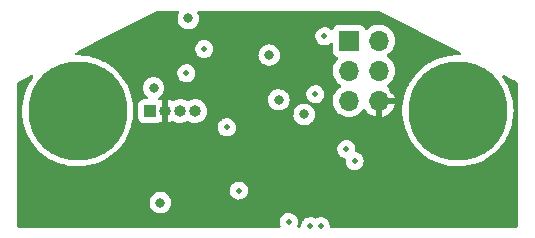
<source format=gbr>
%TF.GenerationSoftware,KiCad,Pcbnew,(5.99.0-8996-g10442b98df)*%
%TF.CreationDate,2021-04-19T08:50:07+01:00*%
%TF.ProjectId,CANduino,43414e64-7569-46e6-9f2e-6b696361645f,rev?*%
%TF.SameCoordinates,Original*%
%TF.FileFunction,Copper,L2,Inr*%
%TF.FilePolarity,Positive*%
%FSLAX46Y46*%
G04 Gerber Fmt 4.6, Leading zero omitted, Abs format (unit mm)*
G04 Created by KiCad (PCBNEW (5.99.0-8996-g10442b98df)) date 2021-04-19 08:50:07*
%MOMM*%
%LPD*%
G01*
G04 APERTURE LIST*
%TA.AperFunction,ComponentPad*%
%ADD10O,1.700000X1.700000*%
%TD*%
%TA.AperFunction,ComponentPad*%
%ADD11R,1.700000X1.700000*%
%TD*%
%TA.AperFunction,ComponentPad*%
%ADD12C,8.382000*%
%TD*%
%TA.AperFunction,ComponentPad*%
%ADD13R,1.000000X1.000000*%
%TD*%
%TA.AperFunction,ComponentPad*%
%ADD14O,1.000000X1.000000*%
%TD*%
%TA.AperFunction,ViaPad*%
%ADD15C,0.508000*%
%TD*%
%TA.AperFunction,ViaPad*%
%ADD16C,0.800000*%
%TD*%
G04 APERTURE END LIST*
D10*
%TO.N,GND*%
%TO.C,J1*%
X177065000Y-108805000D03*
%TO.N,/mcu/RESET*%
X174525000Y-108805000D03*
%TO.N,/mcu/ICSP_MOSI*%
X177065000Y-106265000D03*
%TO.N,/mcu/ICSP_SCK*%
X174525000Y-106265000D03*
%TO.N,5V_USB*%
X177065000Y-103725000D03*
D11*
%TO.N,/mcu/ICSP_MISO*%
X174525000Y-103725000D03*
%TD*%
D12*
%TO.N,N/C*%
%TO.C,H3*%
X183750001Y-109649895D03*
%TD*%
D13*
%TO.N,+12V*%
%TO.C,J2*%
X157690000Y-109675000D03*
D14*
%TO.N,GND*%
X158960000Y-109675000D03*
%TO.N,CANL*%
X160230000Y-109675000D03*
%TO.N,CANH*%
X161500000Y-109675000D03*
%TD*%
D12*
%TO.N,N/C*%
%TO.C,H2*%
X151550693Y-109649898D03*
%TD*%
D15*
%TO.N,/mcu/ICSP_MOSI*%
X164175008Y-111049994D03*
D16*
%TO.N,/mcu/ICSP_MISO*%
X168588339Y-108713339D03*
D15*
%TO.N,/mcu/ICSP_SCK*%
X175000006Y-113900001D03*
D16*
%TO.N,5V_CAR*%
X158550000Y-117425000D03*
%TO.N,GND*%
X153050000Y-118000000D03*
D15*
%TO.N,/mcu/TXCAN*%
X171675000Y-108250000D03*
%TO.N,/mcu/RXCAN*%
X172425004Y-103350009D03*
%TO.N,/mcu/RESET*%
X165200000Y-116400000D03*
X174300007Y-112900003D03*
D16*
%TO.N,GND*%
X163900000Y-101625000D03*
D15*
%TO.N,5V_USB*%
X160749996Y-106474997D03*
%TO.N,5V_CAR*%
X162275000Y-104425000D03*
D16*
%TO.N,+5V*%
X160925000Y-101825000D03*
%TO.N,Net-(IC1-Pad4)*%
X157975000Y-107700000D03*
%TO.N,GND*%
X156075000Y-103175000D03*
X155100000Y-105450000D03*
X163425000Y-107600000D03*
%TO.N,+5V*%
X167775000Y-104925000D03*
%TO.N,GND*%
X168775000Y-107475000D03*
X165500000Y-108525000D03*
X159200000Y-113225000D03*
X159000000Y-114775000D03*
X164875000Y-118725000D03*
D15*
%TO.N,/mcu/RXCAN*%
X172125005Y-119425009D03*
%TO.N,/mcu/TXCAN*%
X171226429Y-119421580D03*
D16*
%TO.N,GND*%
X169450000Y-109950000D03*
D15*
%TO.N,+5V*%
X169425010Y-119050003D03*
D16*
X170725000Y-109950000D03*
%TO.N,GND*%
X179025000Y-117900000D03*
X184000000Y-116375000D03*
X178200000Y-113825000D03*
X178375000Y-107875000D03*
%TD*%
%TA.AperFunction,Conductor*%
%TO.N,GND*%
G36*
X160110941Y-101177991D02*
G01*
X160157434Y-101231647D01*
X160167538Y-101301921D01*
X160151939Y-101346989D01*
X160090476Y-101453446D01*
X160031462Y-101635073D01*
X160011500Y-101825000D01*
X160031462Y-102014927D01*
X160090476Y-102196554D01*
X160185963Y-102361942D01*
X160190381Y-102366849D01*
X160190382Y-102366850D01*
X160294109Y-102482051D01*
X160313749Y-102503863D01*
X160319091Y-102507744D01*
X160319093Y-102507746D01*
X160462908Y-102612233D01*
X160468250Y-102616114D01*
X160474278Y-102618798D01*
X160474280Y-102618799D01*
X160619228Y-102683334D01*
X160642713Y-102693790D01*
X160707947Y-102707656D01*
X160823056Y-102732124D01*
X160823061Y-102732124D01*
X160829513Y-102733496D01*
X161020487Y-102733496D01*
X161026939Y-102732124D01*
X161026944Y-102732124D01*
X161142053Y-102707656D01*
X161207287Y-102693790D01*
X161230772Y-102683334D01*
X161375720Y-102618799D01*
X161375722Y-102618798D01*
X161381750Y-102616114D01*
X161387092Y-102612233D01*
X161530907Y-102507746D01*
X161530909Y-102507744D01*
X161536251Y-102503863D01*
X161555891Y-102482051D01*
X161659618Y-102366850D01*
X161659619Y-102366849D01*
X161664037Y-102361942D01*
X161759524Y-102196554D01*
X161818538Y-102014927D01*
X161838500Y-101825000D01*
X161818538Y-101635073D01*
X161759524Y-101453446D01*
X161698061Y-101346989D01*
X161681323Y-101277994D01*
X161704543Y-101210902D01*
X161760351Y-101167015D01*
X161807180Y-101157989D01*
X176996315Y-101157989D01*
X177054023Y-101171981D01*
X183920148Y-104709532D01*
X183971543Y-104758513D01*
X183988299Y-104827504D01*
X183965095Y-104894601D01*
X183909299Y-104938503D01*
X183864640Y-104947521D01*
X183693970Y-104950500D01*
X183457454Y-104954628D01*
X183457449Y-104954628D01*
X183454603Y-104954678D01*
X183451770Y-104954986D01*
X183451766Y-104954986D01*
X183198924Y-104982454D01*
X183030279Y-105000775D01*
X182611879Y-105085139D01*
X182609151Y-105085952D01*
X182609140Y-105085955D01*
X182324369Y-105170849D01*
X182202848Y-105207076D01*
X182200187Y-105208140D01*
X182200185Y-105208141D01*
X181809211Y-105364520D01*
X181806551Y-105365584D01*
X181630077Y-105455502D01*
X181428794Y-105558060D01*
X181428789Y-105558063D01*
X181426251Y-105559356D01*
X181330832Y-105619445D01*
X181067500Y-105785274D01*
X181067494Y-105785278D01*
X181065079Y-105786799D01*
X180726007Y-106046039D01*
X180411825Y-106334943D01*
X180125121Y-106651134D01*
X180123397Y-106653421D01*
X180123396Y-106653423D01*
X180103477Y-106679857D01*
X179868255Y-106992008D01*
X179866756Y-106994426D01*
X179866753Y-106994430D01*
X179843179Y-107032451D01*
X179643339Y-107354759D01*
X179642051Y-107357330D01*
X179642051Y-107357331D01*
X179606296Y-107428731D01*
X179452226Y-107736402D01*
X179451182Y-107739066D01*
X179451178Y-107739075D01*
X179358349Y-107975950D01*
X179296490Y-108133796D01*
X179292356Y-108148024D01*
X179178268Y-108540717D01*
X179177410Y-108543669D01*
X179095969Y-108962647D01*
X179052836Y-109387283D01*
X179048367Y-109814080D01*
X179048596Y-109816925D01*
X179048596Y-109816928D01*
X179082367Y-110236672D01*
X179082368Y-110236682D01*
X179082597Y-110239525D01*
X179155246Y-110660117D01*
X179167631Y-110706339D01*
X179261899Y-111058148D01*
X179265716Y-111072394D01*
X179413096Y-111472962D01*
X179414318Y-111475535D01*
X179414319Y-111475538D01*
X179594945Y-111855936D01*
X179596174Y-111858524D01*
X179718509Y-112065382D01*
X179795851Y-112196159D01*
X179813443Y-112225906D01*
X179815105Y-112228210D01*
X179815106Y-112228212D01*
X180061445Y-112569770D01*
X180061449Y-112569775D01*
X180063115Y-112572085D01*
X180343134Y-112894210D01*
X180651196Y-113189631D01*
X180653414Y-113191401D01*
X180653419Y-113191406D01*
X180809200Y-113315764D01*
X180984765Y-113455915D01*
X181341095Y-113690872D01*
X181717254Y-113892566D01*
X182110144Y-114059338D01*
X182112853Y-114060208D01*
X182112859Y-114060210D01*
X182513812Y-114188942D01*
X182513818Y-114188944D01*
X182516532Y-114189815D01*
X182519305Y-114190435D01*
X182519313Y-114190437D01*
X182930290Y-114282301D01*
X182933073Y-114282923D01*
X183356339Y-114337896D01*
X183782844Y-114354280D01*
X183785706Y-114354130D01*
X183785707Y-114354130D01*
X184206224Y-114332092D01*
X184206231Y-114332091D01*
X184209080Y-114331942D01*
X184211903Y-114331535D01*
X184211905Y-114331535D01*
X184628714Y-114271472D01*
X184628721Y-114271471D01*
X184631536Y-114271065D01*
X185046737Y-114172151D01*
X185049435Y-114171243D01*
X185049442Y-114171241D01*
X185448552Y-114036925D01*
X185448558Y-114036923D01*
X185451264Y-114036012D01*
X185841787Y-113863771D01*
X185947566Y-113805137D01*
X186212587Y-113658233D01*
X186215093Y-113656844D01*
X186217461Y-113655235D01*
X186217466Y-113655232D01*
X186565723Y-113418557D01*
X186565725Y-113418555D01*
X186568108Y-113416936D01*
X186832416Y-113199831D01*
X186895707Y-113147843D01*
X186895711Y-113147840D01*
X186897926Y-113146020D01*
X186899963Y-113144011D01*
X186899971Y-113144004D01*
X187131259Y-112915922D01*
X187201833Y-112846327D01*
X187431758Y-112574248D01*
X187475482Y-112522508D01*
X187475487Y-112522502D01*
X187477328Y-112520323D01*
X187722142Y-112170692D01*
X187934260Y-111800312D01*
X187953377Y-111758558D01*
X188110748Y-111414829D01*
X188111937Y-111412232D01*
X188112882Y-111409547D01*
X188112887Y-111409536D01*
X188233896Y-111065913D01*
X188253711Y-111009645D01*
X188292305Y-110857124D01*
X188357710Y-110598645D01*
X188357711Y-110598641D01*
X188358413Y-110595866D01*
X188369332Y-110526930D01*
X188414851Y-110239528D01*
X188425182Y-110174301D01*
X188438105Y-109979735D01*
X188453353Y-109750170D01*
X188453353Y-109750159D01*
X188453469Y-109748419D01*
X188454501Y-109649895D01*
X188435139Y-109223514D01*
X188428494Y-109175000D01*
X188391587Y-108905579D01*
X188377213Y-108800643D01*
X188376574Y-108797874D01*
X188376573Y-108797870D01*
X188281843Y-108387551D01*
X188281842Y-108387549D01*
X188281199Y-108384762D01*
X188268914Y-108347395D01*
X188180103Y-108077277D01*
X188147888Y-107979294D01*
X188095787Y-107858895D01*
X187979517Y-107590209D01*
X187979513Y-107590200D01*
X187978378Y-107587578D01*
X187954638Y-107544036D01*
X187775432Y-107215349D01*
X187775428Y-107215342D01*
X187774062Y-107212837D01*
X187638871Y-107010891D01*
X187538216Y-106860533D01*
X187538208Y-106860522D01*
X187536624Y-106858156D01*
X187517356Y-106834362D01*
X187490030Y-106768835D01*
X187502470Y-106698937D01*
X187550724Y-106646860D01*
X187619474Y-106629138D01*
X187672984Y-106643060D01*
X188200301Y-106914743D01*
X188636765Y-107139617D01*
X188644113Y-107143403D01*
X188770548Y-107208545D01*
X188821943Y-107257526D01*
X188838840Y-107320553D01*
X188838840Y-119411996D01*
X188818838Y-119480117D01*
X188765182Y-119526610D01*
X188712840Y-119537996D01*
X173017742Y-119537996D01*
X172949621Y-119517994D01*
X172903128Y-119464338D01*
X172893431Y-119424901D01*
X172892505Y-119425009D01*
X172872768Y-119255716D01*
X172872767Y-119255713D01*
X172871920Y-119248446D01*
X172868229Y-119238276D01*
X172813764Y-119088230D01*
X172813764Y-119088229D01*
X172811268Y-119081354D01*
X172801151Y-119065922D01*
X172717816Y-118938815D01*
X172717815Y-118938814D01*
X172713804Y-118932696D01*
X172584756Y-118810448D01*
X172431045Y-118721165D01*
X172260918Y-118669639D01*
X172083500Y-118658632D01*
X172076285Y-118659872D01*
X172076282Y-118659872D01*
X171928263Y-118685307D01*
X171908308Y-118688736D01*
X171901573Y-118691602D01*
X171901572Y-118691602D01*
X171751480Y-118755466D01*
X171744740Y-118758334D01*
X171738839Y-118762677D01*
X171736754Y-118763866D01*
X171667672Y-118780243D01*
X171611039Y-118763373D01*
X171532469Y-118717736D01*
X171362342Y-118666210D01*
X171184924Y-118655203D01*
X171177709Y-118656443D01*
X171177706Y-118656443D01*
X171016948Y-118684067D01*
X171009732Y-118685307D01*
X171002997Y-118688173D01*
X171002996Y-118688173D01*
X170878458Y-118741164D01*
X170846164Y-118754905D01*
X170840276Y-118759238D01*
X170840271Y-118759241D01*
X170708895Y-118855924D01*
X170702995Y-118860266D01*
X170698251Y-118865849D01*
X170698252Y-118865849D01*
X170592643Y-118990158D01*
X170592640Y-118990162D01*
X170587904Y-118995737D01*
X170507065Y-119154051D01*
X170505325Y-119161160D01*
X170505324Y-119161164D01*
X170471581Y-119299062D01*
X170464814Y-119326716D01*
X170464757Y-119334035D01*
X170464756Y-119334039D01*
X170464136Y-119412986D01*
X170443599Y-119480948D01*
X170389580Y-119527017D01*
X170338140Y-119537996D01*
X170237725Y-119537996D01*
X170169604Y-119517994D01*
X170123111Y-119464338D01*
X170113007Y-119394064D01*
X170119976Y-119367150D01*
X170169059Y-119238276D01*
X170179280Y-119161164D01*
X170191903Y-119065922D01*
X170191903Y-119065920D01*
X170192415Y-119062058D01*
X170192510Y-119050003D01*
X170192057Y-119046114D01*
X170172773Y-118880710D01*
X170172772Y-118880707D01*
X170171925Y-118873440D01*
X170130473Y-118759241D01*
X170113769Y-118713224D01*
X170113769Y-118713223D01*
X170111273Y-118706348D01*
X170101606Y-118691602D01*
X170017821Y-118563809D01*
X170017820Y-118563808D01*
X170013809Y-118557690D01*
X169884761Y-118435442D01*
X169731050Y-118346159D01*
X169560923Y-118294633D01*
X169383505Y-118283626D01*
X169376290Y-118284866D01*
X169376287Y-118284866D01*
X169215529Y-118312490D01*
X169208313Y-118313730D01*
X169201578Y-118316596D01*
X169201577Y-118316596D01*
X169161859Y-118333496D01*
X169044745Y-118383328D01*
X169038857Y-118387661D01*
X169038852Y-118387664D01*
X168973930Y-118435442D01*
X168901576Y-118488689D01*
X168896832Y-118494272D01*
X168896833Y-118494272D01*
X168791224Y-118618581D01*
X168791221Y-118618585D01*
X168786485Y-118624160D01*
X168705646Y-118782474D01*
X168703906Y-118789583D01*
X168703905Y-118789587D01*
X168667389Y-118938815D01*
X168663395Y-118955139D01*
X168661999Y-119132893D01*
X168701533Y-119306200D01*
X168704758Y-119312770D01*
X168704759Y-119312771D01*
X168726212Y-119356465D01*
X168738280Y-119426428D01*
X168710607Y-119491810D01*
X168651979Y-119531851D01*
X168613109Y-119537996D01*
X146584000Y-119537996D01*
X146515879Y-119517994D01*
X146469386Y-119464338D01*
X146458000Y-119411996D01*
X146458000Y-117425000D01*
X157636500Y-117425000D01*
X157656462Y-117614927D01*
X157715476Y-117796554D01*
X157810963Y-117961942D01*
X157938749Y-118103863D01*
X157944091Y-118107744D01*
X157944093Y-118107746D01*
X158087908Y-118212233D01*
X158093250Y-118216114D01*
X158099278Y-118218798D01*
X158099280Y-118218799D01*
X158244884Y-118283626D01*
X158267713Y-118293790D01*
X158355689Y-118312490D01*
X158448056Y-118332124D01*
X158448061Y-118332124D01*
X158454513Y-118333496D01*
X158645487Y-118333496D01*
X158651939Y-118332124D01*
X158651944Y-118332124D01*
X158744311Y-118312490D01*
X158832287Y-118293790D01*
X158855116Y-118283626D01*
X159000720Y-118218799D01*
X159000722Y-118218798D01*
X159006750Y-118216114D01*
X159012092Y-118212233D01*
X159155907Y-118107746D01*
X159155909Y-118107744D01*
X159161251Y-118103863D01*
X159289037Y-117961942D01*
X159384524Y-117796554D01*
X159443538Y-117614927D01*
X159463500Y-117425000D01*
X159443538Y-117235073D01*
X159418305Y-117157412D01*
X159386566Y-117059731D01*
X159384524Y-117053446D01*
X159366200Y-117021707D01*
X159299653Y-116906446D01*
X159289037Y-116888058D01*
X159161251Y-116746137D01*
X159155909Y-116742256D01*
X159155907Y-116742254D01*
X159012092Y-116637767D01*
X159012091Y-116637766D01*
X159006750Y-116633886D01*
X159000722Y-116631202D01*
X159000720Y-116631201D01*
X158838318Y-116558895D01*
X158838317Y-116558895D01*
X158832287Y-116556210D01*
X158738887Y-116536357D01*
X158651944Y-116517876D01*
X158651939Y-116517876D01*
X158645487Y-116516504D01*
X158454513Y-116516504D01*
X158448061Y-116517876D01*
X158448056Y-116517876D01*
X158361113Y-116536357D01*
X158267713Y-116556210D01*
X158261683Y-116558895D01*
X158261682Y-116558895D01*
X158099280Y-116631201D01*
X158099278Y-116631202D01*
X158093250Y-116633886D01*
X158087909Y-116637766D01*
X158087908Y-116637767D01*
X157944093Y-116742254D01*
X157944091Y-116742256D01*
X157938749Y-116746137D01*
X157810963Y-116888058D01*
X157800347Y-116906446D01*
X157733801Y-117021707D01*
X157715476Y-117053446D01*
X157713434Y-117059731D01*
X157681696Y-117157412D01*
X157656462Y-117235073D01*
X157636500Y-117425000D01*
X146458000Y-117425000D01*
X146458000Y-116482890D01*
X164436989Y-116482890D01*
X164476523Y-116656197D01*
X164554865Y-116815761D01*
X164559513Y-116821410D01*
X164559514Y-116821411D01*
X164625417Y-116901500D01*
X164667814Y-116953023D01*
X164751631Y-117016759D01*
X164803486Y-117056191D01*
X164803489Y-117056193D01*
X164809311Y-117060620D01*
X164815992Y-117063587D01*
X164815996Y-117063590D01*
X164965078Y-117129809D01*
X164965080Y-117129810D01*
X164971765Y-117132779D01*
X165146462Y-117165630D01*
X165153770Y-117165292D01*
X165153773Y-117165292D01*
X165316716Y-117157751D01*
X165316720Y-117157750D01*
X165324031Y-117157412D01*
X165405490Y-117134131D01*
X165487905Y-117110577D01*
X165487908Y-117110576D01*
X165494947Y-117108564D01*
X165580557Y-117060620D01*
X165643653Y-117025285D01*
X165643656Y-117025283D01*
X165650041Y-117021707D01*
X165780994Y-116901500D01*
X165880781Y-116754392D01*
X165944049Y-116588273D01*
X165948481Y-116554838D01*
X165966893Y-116415919D01*
X165966893Y-116415917D01*
X165967405Y-116412055D01*
X165967500Y-116400000D01*
X165946915Y-116223437D01*
X165886263Y-116056345D01*
X165832379Y-115974157D01*
X165792811Y-115913806D01*
X165792810Y-115913805D01*
X165788799Y-115907687D01*
X165659751Y-115785439D01*
X165506040Y-115696156D01*
X165335913Y-115644630D01*
X165158495Y-115633623D01*
X165151280Y-115634863D01*
X165151277Y-115634863D01*
X164990519Y-115662487D01*
X164983303Y-115663727D01*
X164819735Y-115733325D01*
X164813847Y-115737658D01*
X164813842Y-115737661D01*
X164748920Y-115785439D01*
X164676566Y-115838686D01*
X164671822Y-115844269D01*
X164671823Y-115844269D01*
X164566214Y-115968578D01*
X164566211Y-115968582D01*
X164561475Y-115974157D01*
X164480636Y-116132471D01*
X164478896Y-116139580D01*
X164478895Y-116139584D01*
X164440125Y-116298024D01*
X164438385Y-116305136D01*
X164436989Y-116482890D01*
X146458000Y-116482890D01*
X146458000Y-107323907D01*
X146478002Y-107255786D01*
X146526279Y-107211906D01*
X146983062Y-106976497D01*
X147002905Y-106966271D01*
X147217003Y-106855933D01*
X147633251Y-106641415D01*
X147702966Y-106627988D01*
X147768874Y-106654384D01*
X147810048Y-106712222D01*
X147813416Y-106783138D01*
X147791601Y-106829243D01*
X147668947Y-106992011D01*
X147667448Y-106994429D01*
X147667445Y-106994433D01*
X147651735Y-107019771D01*
X147444031Y-107354762D01*
X147252918Y-107736405D01*
X147251874Y-107739069D01*
X147251870Y-107739078D01*
X147170356Y-107947080D01*
X147097182Y-108133799D01*
X147096385Y-108136543D01*
X147096384Y-108136546D01*
X146978961Y-108540717D01*
X146978102Y-108543672D01*
X146896661Y-108962650D01*
X146853528Y-109387286D01*
X146849059Y-109814083D01*
X146849288Y-109816928D01*
X146849288Y-109816931D01*
X146878268Y-110177119D01*
X146883289Y-110239528D01*
X146955938Y-110660120D01*
X146997734Y-110816105D01*
X147065670Y-111069641D01*
X147066408Y-111072397D01*
X147213788Y-111472965D01*
X147215010Y-111475538D01*
X147215011Y-111475541D01*
X147369225Y-111800315D01*
X147396866Y-111858527D01*
X147519201Y-112065385D01*
X147612687Y-112223460D01*
X147614135Y-112225909D01*
X147615796Y-112228212D01*
X147615798Y-112228215D01*
X147828049Y-112522508D01*
X147863807Y-112572088D01*
X148143826Y-112894213D01*
X148451888Y-113189634D01*
X148454106Y-113191404D01*
X148454111Y-113191409D01*
X148738659Y-113418560D01*
X148785457Y-113455918D01*
X149141787Y-113690875D01*
X149517946Y-113892569D01*
X149910836Y-114059341D01*
X149913543Y-114060210D01*
X149913551Y-114060213D01*
X150314504Y-114188945D01*
X150314510Y-114188947D01*
X150317224Y-114189818D01*
X150319997Y-114190438D01*
X150320005Y-114190440D01*
X150682536Y-114271475D01*
X150733765Y-114282926D01*
X151157031Y-114337899D01*
X151583536Y-114354283D01*
X151586398Y-114354133D01*
X151586399Y-114354133D01*
X152006916Y-114332095D01*
X152006923Y-114332094D01*
X152009772Y-114331945D01*
X152012595Y-114331538D01*
X152012597Y-114331538D01*
X152429406Y-114271475D01*
X152429413Y-114271474D01*
X152432228Y-114271068D01*
X152847429Y-114172154D01*
X152850127Y-114171246D01*
X152850134Y-114171244D01*
X153249244Y-114036928D01*
X153249252Y-114036925D01*
X153251956Y-114036015D01*
X153642479Y-113863774D01*
X154015785Y-113656847D01*
X154018147Y-113655242D01*
X154018158Y-113655235D01*
X154366415Y-113418560D01*
X154366419Y-113418557D01*
X154368800Y-113416939D01*
X154380062Y-113407688D01*
X154696399Y-113147846D01*
X154696403Y-113147843D01*
X154698618Y-113146023D01*
X154700655Y-113144014D01*
X154700663Y-113144007D01*
X154864042Y-112982893D01*
X173536996Y-112982893D01*
X173576530Y-113156200D01*
X173579755Y-113162770D01*
X173579756Y-113162771D01*
X173592944Y-113189631D01*
X173654872Y-113315764D01*
X173767821Y-113453026D01*
X173854285Y-113518775D01*
X173903493Y-113556194D01*
X173903496Y-113556196D01*
X173909318Y-113560623D01*
X173915999Y-113563590D01*
X173916003Y-113563593D01*
X174065085Y-113629812D01*
X174065087Y-113629813D01*
X174071772Y-113632782D01*
X174115411Y-113640988D01*
X174140664Y-113645737D01*
X174203915Y-113677984D01*
X174239691Y-113739308D01*
X174239755Y-113790603D01*
X174241036Y-113790763D01*
X174240131Y-113798025D01*
X174238391Y-113805137D01*
X174238334Y-113812455D01*
X174238333Y-113812459D01*
X174237930Y-113863774D01*
X174236995Y-113982891D01*
X174276529Y-114156198D01*
X174279754Y-114162768D01*
X174279755Y-114162769D01*
X174293341Y-114190440D01*
X174354871Y-114315762D01*
X174359519Y-114321411D01*
X174359520Y-114321412D01*
X174425423Y-114401501D01*
X174467820Y-114453024D01*
X174551637Y-114516760D01*
X174603492Y-114556192D01*
X174603495Y-114556194D01*
X174609317Y-114560621D01*
X174615998Y-114563588D01*
X174616002Y-114563591D01*
X174765084Y-114629810D01*
X174765086Y-114629811D01*
X174771771Y-114632780D01*
X174946468Y-114665631D01*
X174953776Y-114665293D01*
X174953779Y-114665293D01*
X175116722Y-114657752D01*
X175116726Y-114657751D01*
X175124037Y-114657413D01*
X175205496Y-114634132D01*
X175287911Y-114610578D01*
X175287914Y-114610577D01*
X175294953Y-114608565D01*
X175388472Y-114556192D01*
X175443659Y-114525286D01*
X175443662Y-114525284D01*
X175450047Y-114521708D01*
X175581000Y-114401501D01*
X175680787Y-114254393D01*
X175744055Y-114088274D01*
X175750861Y-114036928D01*
X175766899Y-113915920D01*
X175766899Y-113915918D01*
X175767411Y-113912056D01*
X175767506Y-113900001D01*
X175767053Y-113896112D01*
X175747769Y-113730708D01*
X175747768Y-113730705D01*
X175746921Y-113723438D01*
X175722750Y-113656847D01*
X175688765Y-113563222D01*
X175688765Y-113563221D01*
X175686269Y-113556346D01*
X175621450Y-113457479D01*
X175592817Y-113413807D01*
X175592816Y-113413806D01*
X175588805Y-113407688D01*
X175459757Y-113285440D01*
X175306046Y-113196157D01*
X175299049Y-113194038D01*
X175299038Y-113194033D01*
X175142870Y-113146735D01*
X175083472Y-113107846D01*
X175054528Y-113043017D01*
X175054485Y-113009590D01*
X175058024Y-112982893D01*
X175067412Y-112912058D01*
X175067507Y-112900003D01*
X175066832Y-112894210D01*
X175047770Y-112730710D01*
X175047769Y-112730707D01*
X175046922Y-112723440D01*
X174992768Y-112574248D01*
X174988766Y-112563224D01*
X174988766Y-112563223D01*
X174986270Y-112556348D01*
X174932386Y-112474160D01*
X174892818Y-112413809D01*
X174892817Y-112413808D01*
X174888806Y-112407690D01*
X174759758Y-112285442D01*
X174606047Y-112196159D01*
X174435920Y-112144633D01*
X174258502Y-112133626D01*
X174251287Y-112134866D01*
X174251284Y-112134866D01*
X174090526Y-112162490D01*
X174083310Y-112163730D01*
X173919742Y-112233328D01*
X173913854Y-112237661D01*
X173913849Y-112237664D01*
X173848927Y-112285442D01*
X173776573Y-112338689D01*
X173771829Y-112344272D01*
X173771830Y-112344272D01*
X173666221Y-112468581D01*
X173666218Y-112468585D01*
X173661482Y-112474160D01*
X173580643Y-112632474D01*
X173578903Y-112639583D01*
X173578902Y-112639587D01*
X173540132Y-112798027D01*
X173538392Y-112805139D01*
X173538335Y-112812457D01*
X173538334Y-112812461D01*
X173537709Y-112892050D01*
X173536996Y-112982893D01*
X154864042Y-112982893D01*
X154931954Y-112915922D01*
X155002525Y-112846330D01*
X155188758Y-112625953D01*
X155276174Y-112522511D01*
X155276179Y-112522505D01*
X155278020Y-112520326D01*
X155356889Y-112407690D01*
X155521199Y-112173030D01*
X155521201Y-112173027D01*
X155522834Y-112170695D01*
X155734952Y-111800315D01*
X155742365Y-111784125D01*
X155911440Y-111414832D01*
X155911441Y-111414829D01*
X155912629Y-111412235D01*
X155913574Y-111409550D01*
X155913579Y-111409539D01*
X156011004Y-111132884D01*
X163411997Y-111132884D01*
X163451531Y-111306191D01*
X163529873Y-111465755D01*
X163534521Y-111471404D01*
X163534522Y-111471405D01*
X163600425Y-111551494D01*
X163642822Y-111603017D01*
X163726639Y-111666753D01*
X163778494Y-111706185D01*
X163778497Y-111706187D01*
X163784319Y-111710614D01*
X163791000Y-111713581D01*
X163791004Y-111713584D01*
X163940086Y-111779803D01*
X163940088Y-111779804D01*
X163946773Y-111782773D01*
X164121470Y-111815624D01*
X164128778Y-111815286D01*
X164128781Y-111815286D01*
X164291724Y-111807745D01*
X164291728Y-111807744D01*
X164299039Y-111807406D01*
X164323850Y-111800315D01*
X164462913Y-111760571D01*
X164462916Y-111760570D01*
X164469955Y-111758558D01*
X164563474Y-111706185D01*
X164618661Y-111675279D01*
X164618664Y-111675277D01*
X164625049Y-111671701D01*
X164756002Y-111551494D01*
X164855789Y-111404386D01*
X164919057Y-111238267D01*
X164941042Y-111072397D01*
X164941901Y-111065913D01*
X164941901Y-111065911D01*
X164942413Y-111062049D01*
X164942508Y-111049994D01*
X164938119Y-111012345D01*
X164922771Y-110880701D01*
X164922770Y-110880698D01*
X164921923Y-110873431D01*
X164901115Y-110816105D01*
X164863767Y-110713215D01*
X164863767Y-110713214D01*
X164861271Y-110706339D01*
X164849576Y-110688500D01*
X164767819Y-110563800D01*
X164767818Y-110563799D01*
X164763807Y-110557681D01*
X164634759Y-110435433D01*
X164481048Y-110346150D01*
X164310921Y-110294624D01*
X164133503Y-110283617D01*
X164126288Y-110284857D01*
X164126285Y-110284857D01*
X163965527Y-110312481D01*
X163958311Y-110313721D01*
X163951576Y-110316587D01*
X163951575Y-110316587D01*
X163939902Y-110321554D01*
X163794743Y-110383319D01*
X163788855Y-110387652D01*
X163788850Y-110387655D01*
X163657474Y-110484338D01*
X163651574Y-110488680D01*
X163646830Y-110494263D01*
X163646831Y-110494263D01*
X163541222Y-110618572D01*
X163541219Y-110618576D01*
X163536483Y-110624151D01*
X163455644Y-110782465D01*
X163453904Y-110789574D01*
X163453903Y-110789578D01*
X163415133Y-110948018D01*
X163413393Y-110955130D01*
X163413336Y-110962448D01*
X163413335Y-110962452D01*
X163412690Y-111044657D01*
X163411997Y-111132884D01*
X156011004Y-111132884D01*
X156032305Y-111072397D01*
X156054403Y-111009648D01*
X156092650Y-110858496D01*
X156158402Y-110598648D01*
X156158403Y-110598644D01*
X156159105Y-110595869D01*
X156165154Y-110557681D01*
X156215257Y-110241340D01*
X156225874Y-110174304D01*
X156244124Y-109899539D01*
X156254045Y-109750173D01*
X156254045Y-109750162D01*
X156254161Y-109748422D01*
X156255193Y-109649898D01*
X156235831Y-109223517D01*
X156235444Y-109220687D01*
X156229186Y-109175000D01*
X156676500Y-109175000D01*
X156676500Y-110175000D01*
X156681727Y-110248079D01*
X156692162Y-110283617D01*
X156709901Y-110344030D01*
X156722904Y-110388316D01*
X156738602Y-110412742D01*
X156797051Y-110503691D01*
X156797053Y-110503694D01*
X156801923Y-110511271D01*
X156808733Y-110517172D01*
X156905569Y-110601082D01*
X156905572Y-110601084D01*
X156912381Y-110606984D01*
X156920579Y-110610728D01*
X157034936Y-110662953D01*
X157045330Y-110667700D01*
X157054245Y-110668982D01*
X157054246Y-110668982D01*
X157185552Y-110687861D01*
X157185559Y-110687862D01*
X157190000Y-110688500D01*
X158190000Y-110688500D01*
X158263079Y-110683273D01*
X158341942Y-110660117D01*
X158394670Y-110644635D01*
X158394672Y-110644634D01*
X158403316Y-110642096D01*
X158434588Y-110621999D01*
X158444297Y-110615759D01*
X158512418Y-110595757D01*
X158554062Y-110604458D01*
X158554446Y-110603275D01*
X158688769Y-110646919D01*
X158702867Y-110647322D01*
X158706000Y-110640950D01*
X158706000Y-108716948D01*
X158704010Y-108710170D01*
X159214000Y-108710170D01*
X159214000Y-110632691D01*
X159217973Y-110646222D01*
X159226188Y-110647403D01*
X159320390Y-110621101D01*
X159331823Y-110616667D01*
X159497296Y-110533080D01*
X159507648Y-110526511D01*
X159516085Y-110519919D01*
X159582079Y-110493739D01*
X159655129Y-110509217D01*
X159824246Y-110603734D01*
X160012366Y-110664857D01*
X160208775Y-110688278D01*
X160214910Y-110687806D01*
X160214912Y-110687806D01*
X160399850Y-110673576D01*
X160399854Y-110673575D01*
X160405992Y-110673103D01*
X160596507Y-110619910D01*
X160773060Y-110530726D01*
X160786560Y-110520179D01*
X160852551Y-110494002D01*
X160925600Y-110509481D01*
X161094246Y-110603734D01*
X161282366Y-110664857D01*
X161478775Y-110688278D01*
X161484910Y-110687806D01*
X161484912Y-110687806D01*
X161669850Y-110673576D01*
X161669854Y-110673575D01*
X161675992Y-110673103D01*
X161866507Y-110619910D01*
X162043060Y-110530726D01*
X162056559Y-110520180D01*
X162194073Y-110412742D01*
X162198929Y-110408948D01*
X162217309Y-110387655D01*
X162324147Y-110263882D01*
X162324148Y-110263880D01*
X162328176Y-110259214D01*
X162425878Y-110087228D01*
X162471528Y-109950000D01*
X169811500Y-109950000D01*
X169812190Y-109956565D01*
X169827389Y-110101170D01*
X169831462Y-110139927D01*
X169833502Y-110146205D01*
X169833502Y-110146206D01*
X169842631Y-110174301D01*
X169890476Y-110321554D01*
X169893779Y-110327276D01*
X169893780Y-110327277D01*
X169906798Y-110349824D01*
X169985963Y-110486942D01*
X169990381Y-110491849D01*
X169990382Y-110491850D01*
X170091123Y-110603734D01*
X170113749Y-110628863D01*
X170119091Y-110632744D01*
X170119093Y-110632746D01*
X170220386Y-110706339D01*
X170268250Y-110741114D01*
X170274278Y-110743798D01*
X170274280Y-110743799D01*
X170436682Y-110816105D01*
X170442713Y-110818790D01*
X170536113Y-110838643D01*
X170623056Y-110857124D01*
X170623061Y-110857124D01*
X170629513Y-110858496D01*
X170820487Y-110858496D01*
X170826939Y-110857124D01*
X170826944Y-110857124D01*
X170913887Y-110838643D01*
X171007287Y-110818790D01*
X171013318Y-110816105D01*
X171175720Y-110743799D01*
X171175722Y-110743798D01*
X171181750Y-110741114D01*
X171229614Y-110706339D01*
X171330907Y-110632746D01*
X171330909Y-110632744D01*
X171336251Y-110628863D01*
X171358877Y-110603734D01*
X171459618Y-110491850D01*
X171459619Y-110491849D01*
X171464037Y-110486942D01*
X171543202Y-110349824D01*
X171556220Y-110327277D01*
X171556221Y-110327276D01*
X171559524Y-110321554D01*
X171607369Y-110174301D01*
X171616498Y-110146206D01*
X171616498Y-110146205D01*
X171618538Y-110139927D01*
X171622612Y-110101170D01*
X171637810Y-109956565D01*
X171638500Y-109950000D01*
X171628826Y-109857956D01*
X171619228Y-109766637D01*
X171619228Y-109766636D01*
X171618538Y-109760073D01*
X171614753Y-109748422D01*
X171561566Y-109584731D01*
X171559524Y-109578446D01*
X171464037Y-109413058D01*
X171448755Y-109396085D01*
X171340673Y-109276048D01*
X171340672Y-109276047D01*
X171336251Y-109271137D01*
X171330909Y-109267256D01*
X171330907Y-109267254D01*
X171187092Y-109162767D01*
X171187091Y-109162766D01*
X171181750Y-109158886D01*
X171175722Y-109156202D01*
X171175720Y-109156201D01*
X171013318Y-109083895D01*
X171013317Y-109083895D01*
X171007287Y-109081210D01*
X170909827Y-109060494D01*
X170826944Y-109042876D01*
X170826939Y-109042876D01*
X170820487Y-109041504D01*
X170629513Y-109041504D01*
X170623061Y-109042876D01*
X170623056Y-109042876D01*
X170540173Y-109060494D01*
X170442713Y-109081210D01*
X170436683Y-109083895D01*
X170436682Y-109083895D01*
X170274280Y-109156201D01*
X170274278Y-109156202D01*
X170268250Y-109158886D01*
X170262909Y-109162766D01*
X170262908Y-109162767D01*
X170119093Y-109267254D01*
X170119091Y-109267256D01*
X170113749Y-109271137D01*
X170109328Y-109276047D01*
X170109327Y-109276048D01*
X170001246Y-109396085D01*
X169985963Y-109413058D01*
X169890476Y-109578446D01*
X169888434Y-109584731D01*
X169835248Y-109748422D01*
X169831462Y-109760073D01*
X169830772Y-109766636D01*
X169830772Y-109766637D01*
X169821174Y-109857956D01*
X169811500Y-109950000D01*
X162471528Y-109950000D01*
X162488314Y-109899539D01*
X162513105Y-109703299D01*
X162513500Y-109675000D01*
X162494198Y-109478143D01*
X162437027Y-109288785D01*
X162344166Y-109114138D01*
X162238135Y-108984131D01*
X162223045Y-108965628D01*
X162223042Y-108965625D01*
X162219150Y-108960853D01*
X162212056Y-108954984D01*
X162071491Y-108838698D01*
X162071486Y-108838695D01*
X162066742Y-108834770D01*
X162061323Y-108831840D01*
X162061320Y-108831838D01*
X161898165Y-108743621D01*
X161898161Y-108743619D01*
X161892747Y-108740692D01*
X161886867Y-108738872D01*
X161886865Y-108738871D01*
X161837054Y-108723452D01*
X161804385Y-108713339D01*
X167674839Y-108713339D01*
X167675529Y-108719904D01*
X167693467Y-108890569D01*
X167694801Y-108903266D01*
X167696841Y-108909544D01*
X167696841Y-108909545D01*
X167713422Y-108960577D01*
X167753815Y-109084893D01*
X167757118Y-109090615D01*
X167757119Y-109090616D01*
X167779624Y-109129596D01*
X167849302Y-109250281D01*
X167853720Y-109255188D01*
X167853721Y-109255189D01*
X167972666Y-109387291D01*
X167977088Y-109392202D01*
X167982430Y-109396083D01*
X167982432Y-109396085D01*
X168118561Y-109494988D01*
X168131589Y-109504453D01*
X168137617Y-109507137D01*
X168137619Y-109507138D01*
X168300021Y-109579444D01*
X168306052Y-109582129D01*
X168399452Y-109601982D01*
X168486395Y-109620463D01*
X168486400Y-109620463D01*
X168492852Y-109621835D01*
X168683826Y-109621835D01*
X168690278Y-109620463D01*
X168690283Y-109620463D01*
X168777226Y-109601982D01*
X168870626Y-109582129D01*
X168876657Y-109579444D01*
X169039059Y-109507138D01*
X169039061Y-109507137D01*
X169045089Y-109504453D01*
X169058117Y-109494988D01*
X169194246Y-109396085D01*
X169194248Y-109396083D01*
X169199590Y-109392202D01*
X169204012Y-109387291D01*
X169322957Y-109255189D01*
X169322958Y-109255188D01*
X169327376Y-109250281D01*
X169397054Y-109129596D01*
X169419559Y-109090616D01*
X169419560Y-109090615D01*
X169422863Y-109084893D01*
X169463256Y-108960577D01*
X169479837Y-108909545D01*
X169479837Y-108909544D01*
X169481877Y-108903266D01*
X169483212Y-108890569D01*
X169501149Y-108719904D01*
X169501839Y-108713339D01*
X169501001Y-108705365D01*
X169482567Y-108529976D01*
X169482567Y-108529975D01*
X169481877Y-108523412D01*
X169422863Y-108341785D01*
X169417728Y-108332890D01*
X170911989Y-108332890D01*
X170951523Y-108506197D01*
X170954748Y-108512767D01*
X170954749Y-108512768D01*
X170973520Y-108551000D01*
X171029865Y-108665761D01*
X171034513Y-108671410D01*
X171034514Y-108671411D01*
X171100417Y-108751500D01*
X171142814Y-108803023D01*
X171211003Y-108854875D01*
X171278486Y-108906191D01*
X171278489Y-108906193D01*
X171284311Y-108910620D01*
X171290992Y-108913587D01*
X171290996Y-108913590D01*
X171440078Y-108979809D01*
X171440080Y-108979810D01*
X171446765Y-108982779D01*
X171621462Y-109015630D01*
X171628770Y-109015292D01*
X171628773Y-109015292D01*
X171791716Y-109007751D01*
X171791720Y-109007750D01*
X171799031Y-109007412D01*
X171880490Y-108984131D01*
X171962905Y-108960577D01*
X171962908Y-108960576D01*
X171969947Y-108958564D01*
X172063466Y-108906191D01*
X172118653Y-108875285D01*
X172118656Y-108875283D01*
X172125041Y-108871707D01*
X172255994Y-108751500D01*
X172355781Y-108604392D01*
X172419049Y-108438273D01*
X172426142Y-108384762D01*
X172441893Y-108265919D01*
X172441893Y-108265917D01*
X172442405Y-108262055D01*
X172442500Y-108250000D01*
X172441550Y-108241850D01*
X172422763Y-108080707D01*
X172422762Y-108080704D01*
X172421915Y-108073437D01*
X172409556Y-108039387D01*
X172363759Y-107913221D01*
X172363759Y-107913220D01*
X172361263Y-107906345D01*
X172346196Y-107883363D01*
X172267811Y-107763806D01*
X172267810Y-107763805D01*
X172263799Y-107757687D01*
X172134751Y-107635439D01*
X171981040Y-107546156D01*
X171810913Y-107494630D01*
X171633495Y-107483623D01*
X171626280Y-107484863D01*
X171626277Y-107484863D01*
X171465519Y-107512487D01*
X171458303Y-107513727D01*
X171451568Y-107516593D01*
X171451567Y-107516593D01*
X171407586Y-107535307D01*
X171294735Y-107583325D01*
X171288847Y-107587658D01*
X171288842Y-107587661D01*
X171204429Y-107649783D01*
X171151566Y-107688686D01*
X171135832Y-107707206D01*
X171041214Y-107818578D01*
X171041211Y-107818582D01*
X171036475Y-107824157D01*
X170955636Y-107982471D01*
X170953896Y-107989580D01*
X170953895Y-107989584D01*
X170915376Y-108146998D01*
X170913385Y-108155136D01*
X170913328Y-108162454D01*
X170913327Y-108162458D01*
X170912733Y-108238098D01*
X170911989Y-108332890D01*
X169417728Y-108332890D01*
X169376831Y-108262055D01*
X169327376Y-108176397D01*
X169312528Y-108159906D01*
X169204012Y-108039387D01*
X169204011Y-108039386D01*
X169199590Y-108034476D01*
X169194248Y-108030595D01*
X169194246Y-108030593D01*
X169050431Y-107926106D01*
X169050430Y-107926105D01*
X169045089Y-107922225D01*
X169039061Y-107919541D01*
X169039059Y-107919540D01*
X168876657Y-107847234D01*
X168876656Y-107847234D01*
X168870626Y-107844549D01*
X168774690Y-107824157D01*
X168690283Y-107806215D01*
X168690278Y-107806215D01*
X168683826Y-107804843D01*
X168492852Y-107804843D01*
X168486400Y-107806215D01*
X168486395Y-107806215D01*
X168401988Y-107824157D01*
X168306052Y-107844549D01*
X168300022Y-107847234D01*
X168300021Y-107847234D01*
X168137619Y-107919540D01*
X168137617Y-107919541D01*
X168131589Y-107922225D01*
X168126248Y-107926105D01*
X168126247Y-107926106D01*
X167982432Y-108030593D01*
X167982430Y-108030595D01*
X167977088Y-108034476D01*
X167972667Y-108039386D01*
X167972666Y-108039387D01*
X167864151Y-108159906D01*
X167849302Y-108176397D01*
X167799847Y-108262055D01*
X167758951Y-108332890D01*
X167753815Y-108341785D01*
X167694801Y-108523412D01*
X167694111Y-108529975D01*
X167694111Y-108529976D01*
X167675677Y-108705365D01*
X167674839Y-108713339D01*
X161804385Y-108713339D01*
X161703792Y-108682200D01*
X161697674Y-108681557D01*
X161697669Y-108681556D01*
X161513205Y-108662169D01*
X161513203Y-108662169D01*
X161507076Y-108661525D01*
X161428993Y-108668631D01*
X161316228Y-108678893D01*
X161316225Y-108678894D01*
X161310089Y-108679452D01*
X161304183Y-108681190D01*
X161304179Y-108681191D01*
X161196866Y-108712775D01*
X161120336Y-108735299D01*
X160945045Y-108826939D01*
X160940243Y-108830800D01*
X160935085Y-108834175D01*
X160933685Y-108832036D01*
X160878389Y-108854875D01*
X160808534Y-108842200D01*
X160798940Y-108836588D01*
X160796742Y-108834770D01*
X160791320Y-108831838D01*
X160791318Y-108831837D01*
X160628165Y-108743621D01*
X160628161Y-108743619D01*
X160622747Y-108740692D01*
X160616867Y-108738872D01*
X160616865Y-108738871D01*
X160567054Y-108723452D01*
X160433792Y-108682200D01*
X160427674Y-108681557D01*
X160427669Y-108681556D01*
X160243205Y-108662169D01*
X160243203Y-108662169D01*
X160237076Y-108661525D01*
X160158993Y-108668631D01*
X160046228Y-108678893D01*
X160046225Y-108678894D01*
X160040089Y-108679452D01*
X160034183Y-108681190D01*
X160034179Y-108681191D01*
X159926866Y-108712775D01*
X159850336Y-108735299D01*
X159675045Y-108826939D01*
X159670244Y-108830799D01*
X159665085Y-108834175D01*
X159663769Y-108832164D01*
X159607965Y-108855205D01*
X159538111Y-108842521D01*
X159524177Y-108834369D01*
X159521043Y-108832255D01*
X159357969Y-108744082D01*
X159346670Y-108739332D01*
X159231307Y-108703620D01*
X159217205Y-108703414D01*
X159214000Y-108710170D01*
X158704010Y-108710170D01*
X158702027Y-108703417D01*
X158694232Y-108702297D01*
X158586443Y-108734021D01*
X158569346Y-108740928D01*
X158568900Y-108739825D01*
X158505481Y-108752426D01*
X158464396Y-108741544D01*
X158424780Y-108723452D01*
X158371124Y-108676959D01*
X158351122Y-108608838D01*
X158371124Y-108540717D01*
X158420641Y-108498219D01*
X158419997Y-108497103D01*
X158425720Y-108493799D01*
X158431750Y-108491114D01*
X158481383Y-108455054D01*
X158580907Y-108382746D01*
X158580909Y-108382744D01*
X158586251Y-108378863D01*
X158694938Y-108258154D01*
X158709618Y-108241850D01*
X158709619Y-108241849D01*
X158714037Y-108236942D01*
X158790345Y-108104773D01*
X158806220Y-108077277D01*
X158806221Y-108077276D01*
X158809524Y-108071554D01*
X158860969Y-107913221D01*
X158866498Y-107896206D01*
X158866498Y-107896205D01*
X158868538Y-107889927D01*
X158872271Y-107854415D01*
X158887810Y-107706565D01*
X158888500Y-107700000D01*
X158887311Y-107688686D01*
X158869228Y-107516637D01*
X158869228Y-107516636D01*
X158868538Y-107510073D01*
X158864210Y-107496751D01*
X158818909Y-107357331D01*
X158809524Y-107328446D01*
X158796828Y-107306455D01*
X158741403Y-107210458D01*
X158714037Y-107163058D01*
X158592449Y-107028020D01*
X158590673Y-107026048D01*
X158590672Y-107026047D01*
X158586251Y-107021137D01*
X158580909Y-107017256D01*
X158580907Y-107017254D01*
X158437092Y-106912767D01*
X158437091Y-106912766D01*
X158431750Y-106908886D01*
X158425722Y-106906202D01*
X158425720Y-106906201D01*
X158263318Y-106833895D01*
X158263317Y-106833895D01*
X158257287Y-106831210D01*
X158163887Y-106811357D01*
X158076944Y-106792876D01*
X158076939Y-106792876D01*
X158070487Y-106791504D01*
X157879513Y-106791504D01*
X157873061Y-106792876D01*
X157873056Y-106792876D01*
X157786113Y-106811357D01*
X157692713Y-106831210D01*
X157686683Y-106833895D01*
X157686682Y-106833895D01*
X157524280Y-106906201D01*
X157524278Y-106906202D01*
X157518250Y-106908886D01*
X157512909Y-106912766D01*
X157512908Y-106912767D01*
X157369093Y-107017254D01*
X157369091Y-107017256D01*
X157363749Y-107021137D01*
X157359328Y-107026047D01*
X157359327Y-107026048D01*
X157357552Y-107028020D01*
X157235963Y-107163058D01*
X157208597Y-107210458D01*
X157153173Y-107306455D01*
X157140476Y-107328446D01*
X157131091Y-107357331D01*
X157085791Y-107496751D01*
X157081462Y-107510073D01*
X157080772Y-107516636D01*
X157080772Y-107516637D01*
X157062689Y-107688686D01*
X157061500Y-107700000D01*
X157062190Y-107706565D01*
X157077730Y-107854415D01*
X157081462Y-107889927D01*
X157083502Y-107896205D01*
X157083502Y-107896206D01*
X157089031Y-107913221D01*
X157140476Y-108071554D01*
X157143779Y-108077276D01*
X157143780Y-108077277D01*
X157159655Y-108104773D01*
X157235963Y-108236942D01*
X157240381Y-108241849D01*
X157240382Y-108241850D01*
X157255062Y-108258154D01*
X157363749Y-108378863D01*
X157369091Y-108382744D01*
X157369093Y-108382746D01*
X157439039Y-108433564D01*
X157482393Y-108489786D01*
X157488468Y-108560522D01*
X157455337Y-108623314D01*
X157393517Y-108658225D01*
X157364978Y-108661500D01*
X157190000Y-108661500D01*
X157116921Y-108666727D01*
X157063884Y-108682300D01*
X156985330Y-108705365D01*
X156985328Y-108705366D01*
X156976684Y-108707904D01*
X156958012Y-108719904D01*
X156861309Y-108782051D01*
X156861306Y-108782053D01*
X156853729Y-108786923D01*
X156847828Y-108793733D01*
X156763918Y-108890569D01*
X156763916Y-108890572D01*
X156758016Y-108897381D01*
X156754272Y-108905579D01*
X156707612Y-109007751D01*
X156697300Y-109030330D01*
X156696018Y-109039245D01*
X156696018Y-109039246D01*
X156677139Y-109170552D01*
X156677138Y-109170559D01*
X156676500Y-109175000D01*
X156229186Y-109175000D01*
X156199713Y-108959848D01*
X156177905Y-108800646D01*
X156164064Y-108740692D01*
X156082535Y-108387554D01*
X156082534Y-108387551D01*
X156081891Y-108384765D01*
X156069827Y-108348070D01*
X155980794Y-108077277D01*
X155948580Y-107979297D01*
X155922721Y-107919540D01*
X155780209Y-107590212D01*
X155780205Y-107590203D01*
X155779070Y-107587581D01*
X155777698Y-107585065D01*
X155576124Y-107215352D01*
X155576120Y-107215345D01*
X155574754Y-107212840D01*
X155439561Y-107010891D01*
X155338908Y-106860536D01*
X155338900Y-106860525D01*
X155337316Y-106858159D01*
X155094161Y-106557887D01*
X159986985Y-106557887D01*
X160026519Y-106731194D01*
X160104861Y-106890758D01*
X160109509Y-106896407D01*
X160109510Y-106896408D01*
X160175413Y-106976497D01*
X160217810Y-107028020D01*
X160301627Y-107091756D01*
X160353482Y-107131188D01*
X160353485Y-107131190D01*
X160359307Y-107135617D01*
X160365988Y-107138584D01*
X160365992Y-107138587D01*
X160515074Y-107204806D01*
X160515076Y-107204807D01*
X160521761Y-107207776D01*
X160696458Y-107240627D01*
X160703766Y-107240289D01*
X160703769Y-107240289D01*
X160866712Y-107232748D01*
X160866716Y-107232747D01*
X160874027Y-107232409D01*
X160881067Y-107230397D01*
X161037901Y-107185574D01*
X161037904Y-107185573D01*
X161044943Y-107183561D01*
X161116650Y-107143403D01*
X161193649Y-107100282D01*
X161193652Y-107100280D01*
X161200037Y-107096704D01*
X161314092Y-106992008D01*
X161325602Y-106981443D01*
X161325603Y-106981442D01*
X161330990Y-106976497D01*
X161430777Y-106829389D01*
X161494045Y-106663270D01*
X161502443Y-106599913D01*
X161516889Y-106490916D01*
X161516889Y-106490914D01*
X161517401Y-106487052D01*
X161517496Y-106474997D01*
X161516811Y-106469120D01*
X161497759Y-106305704D01*
X161497758Y-106305701D01*
X161496911Y-106298434D01*
X161494277Y-106291176D01*
X161438755Y-106138218D01*
X161438755Y-106138217D01*
X161436259Y-106131342D01*
X161382375Y-106049154D01*
X161342807Y-105988803D01*
X161342806Y-105988802D01*
X161338795Y-105982684D01*
X161209747Y-105860436D01*
X161056036Y-105771153D01*
X160885909Y-105719627D01*
X160708491Y-105708620D01*
X160701276Y-105709860D01*
X160701273Y-105709860D01*
X160540515Y-105737484D01*
X160533299Y-105738724D01*
X160369731Y-105808322D01*
X160363843Y-105812655D01*
X160363838Y-105812658D01*
X160232462Y-105909341D01*
X160226562Y-105913683D01*
X160221818Y-105919266D01*
X160221819Y-105919266D01*
X160116210Y-106043575D01*
X160116207Y-106043579D01*
X160111471Y-106049154D01*
X160030632Y-106207468D01*
X160028892Y-106214577D01*
X160028891Y-106214581D01*
X159990248Y-106372504D01*
X159988381Y-106380133D01*
X159988324Y-106387451D01*
X159988323Y-106387455D01*
X159987688Y-106468310D01*
X159986985Y-106557887D01*
X155094161Y-106557887D01*
X155068709Y-106526457D01*
X155062911Y-106520494D01*
X154773135Y-106222511D01*
X154773131Y-106222507D01*
X154771145Y-106220465D01*
X154768987Y-106218615D01*
X154768977Y-106218606D01*
X154449246Y-105944564D01*
X154449241Y-105944560D01*
X154447072Y-105942701D01*
X154444741Y-105941044D01*
X154444734Y-105941039D01*
X154253952Y-105805458D01*
X154099159Y-105695452D01*
X153860034Y-105556278D01*
X153732742Y-105482192D01*
X153732737Y-105482189D01*
X153730269Y-105480753D01*
X153481007Y-105364520D01*
X153346035Y-105301581D01*
X153346025Y-105301577D01*
X153343439Y-105300371D01*
X153266044Y-105272507D01*
X152944542Y-105156759D01*
X152944533Y-105156756D01*
X152941852Y-105155791D01*
X152655457Y-105081191D01*
X152531583Y-105048924D01*
X152531577Y-105048923D01*
X152528814Y-105048203D01*
X152107724Y-104978492D01*
X152104881Y-104978283D01*
X152104879Y-104978283D01*
X151684896Y-104947441D01*
X151682050Y-104947232D01*
X151591089Y-104948820D01*
X151433909Y-104951563D01*
X151365449Y-104932753D01*
X151318027Y-104879916D01*
X151306699Y-104809830D01*
X151335060Y-104744744D01*
X151373987Y-104713582D01*
X151773109Y-104507890D01*
X161511989Y-104507890D01*
X161551523Y-104681197D01*
X161629865Y-104840761D01*
X161634513Y-104846410D01*
X161634514Y-104846411D01*
X161699183Y-104925000D01*
X161742814Y-104978023D01*
X161826631Y-105041759D01*
X161878486Y-105081191D01*
X161878489Y-105081193D01*
X161884311Y-105085620D01*
X161890992Y-105088587D01*
X161890996Y-105088590D01*
X162040078Y-105154809D01*
X162040080Y-105154810D01*
X162046765Y-105157779D01*
X162221462Y-105190630D01*
X162228770Y-105190292D01*
X162228773Y-105190292D01*
X162391716Y-105182751D01*
X162391720Y-105182750D01*
X162399031Y-105182412D01*
X162406071Y-105180400D01*
X162562905Y-105135577D01*
X162562908Y-105135576D01*
X162569947Y-105133564D01*
X162650254Y-105088590D01*
X162718653Y-105050285D01*
X162718656Y-105050283D01*
X162725041Y-105046707D01*
X162823566Y-104956267D01*
X162850606Y-104931446D01*
X162850607Y-104931445D01*
X162855994Y-104926500D01*
X162857011Y-104925000D01*
X166861500Y-104925000D01*
X166862190Y-104931565D01*
X166878098Y-105082916D01*
X166881462Y-105114927D01*
X166883502Y-105121205D01*
X166883502Y-105121206D01*
X166889197Y-105138733D01*
X166940476Y-105296554D01*
X166943779Y-105302276D01*
X166943780Y-105302277D01*
X166977689Y-105361008D01*
X167035963Y-105461942D01*
X167040381Y-105466849D01*
X167040382Y-105466850D01*
X167067839Y-105497344D01*
X167163749Y-105603863D01*
X167169091Y-105607744D01*
X167169093Y-105607746D01*
X167286542Y-105693077D01*
X167318250Y-105716114D01*
X167324278Y-105718798D01*
X167324280Y-105718799D01*
X167477011Y-105786799D01*
X167492713Y-105793790D01*
X167581479Y-105812658D01*
X167673056Y-105832124D01*
X167673061Y-105832124D01*
X167679513Y-105833496D01*
X167870487Y-105833496D01*
X167876939Y-105832124D01*
X167876944Y-105832124D01*
X167968521Y-105812658D01*
X168057287Y-105793790D01*
X168072989Y-105786799D01*
X168225720Y-105718799D01*
X168225722Y-105718798D01*
X168231750Y-105716114D01*
X168263458Y-105693077D01*
X168380907Y-105607746D01*
X168380909Y-105607744D01*
X168386251Y-105603863D01*
X168482161Y-105497344D01*
X168509618Y-105466850D01*
X168509619Y-105466849D01*
X168514037Y-105461942D01*
X168572311Y-105361008D01*
X168606220Y-105302277D01*
X168606221Y-105302276D01*
X168609524Y-105296554D01*
X168660803Y-105138733D01*
X168666498Y-105121206D01*
X168666498Y-105121205D01*
X168668538Y-105114927D01*
X168671903Y-105082916D01*
X168687810Y-104931565D01*
X168688500Y-104925000D01*
X168683762Y-104879916D01*
X168669228Y-104741637D01*
X168669228Y-104741636D01*
X168668538Y-104735073D01*
X168642379Y-104654562D01*
X168624526Y-104599617D01*
X168609524Y-104553446D01*
X168587345Y-104515030D01*
X168537625Y-104428914D01*
X168514037Y-104388058D01*
X168386251Y-104246137D01*
X168380909Y-104242256D01*
X168380907Y-104242254D01*
X168237092Y-104137767D01*
X168237091Y-104137766D01*
X168231750Y-104133886D01*
X168225722Y-104131202D01*
X168225720Y-104131201D01*
X168063318Y-104058895D01*
X168063317Y-104058895D01*
X168057287Y-104056210D01*
X167963887Y-104036357D01*
X167876944Y-104017876D01*
X167876939Y-104017876D01*
X167870487Y-104016504D01*
X167679513Y-104016504D01*
X167673061Y-104017876D01*
X167673056Y-104017876D01*
X167586113Y-104036357D01*
X167492713Y-104056210D01*
X167486683Y-104058895D01*
X167486682Y-104058895D01*
X167324280Y-104131201D01*
X167324278Y-104131202D01*
X167318250Y-104133886D01*
X167312909Y-104137766D01*
X167312908Y-104137767D01*
X167169093Y-104242254D01*
X167169091Y-104242256D01*
X167163749Y-104246137D01*
X167035963Y-104388058D01*
X167012375Y-104428914D01*
X166962656Y-104515030D01*
X166940476Y-104553446D01*
X166925474Y-104599617D01*
X166907622Y-104654562D01*
X166881462Y-104735073D01*
X166880772Y-104741636D01*
X166880772Y-104741637D01*
X166866238Y-104879916D01*
X166861500Y-104925000D01*
X162857011Y-104925000D01*
X162955781Y-104779392D01*
X163019049Y-104613273D01*
X163026146Y-104559731D01*
X163041893Y-104440919D01*
X163041893Y-104440917D01*
X163042405Y-104437055D01*
X163042500Y-104425000D01*
X163041362Y-104415236D01*
X163022763Y-104255707D01*
X163022762Y-104255704D01*
X163021915Y-104248437D01*
X163005244Y-104202508D01*
X162963759Y-104088221D01*
X162963759Y-104088220D01*
X162961263Y-104081345D01*
X162946545Y-104058895D01*
X162867811Y-103938806D01*
X162867810Y-103938805D01*
X162863799Y-103932687D01*
X162734751Y-103810439D01*
X162581040Y-103721156D01*
X162410913Y-103669630D01*
X162233495Y-103658623D01*
X162226280Y-103659863D01*
X162226277Y-103659863D01*
X162065519Y-103687487D01*
X162058303Y-103688727D01*
X161894735Y-103758325D01*
X161888847Y-103762658D01*
X161888842Y-103762661D01*
X161757466Y-103859344D01*
X161751566Y-103863686D01*
X161746822Y-103869269D01*
X161746823Y-103869269D01*
X161641214Y-103993578D01*
X161641211Y-103993582D01*
X161636475Y-103999157D01*
X161555636Y-104157471D01*
X161553896Y-104164580D01*
X161553895Y-104164584D01*
X161515125Y-104323024D01*
X161513385Y-104330136D01*
X161513328Y-104337454D01*
X161513327Y-104337458D01*
X161512930Y-104388058D01*
X161511989Y-104507890D01*
X151773109Y-104507890D01*
X153859004Y-103432899D01*
X171661993Y-103432899D01*
X171701527Y-103606206D01*
X171779869Y-103765770D01*
X171892818Y-103903032D01*
X171976631Y-103966765D01*
X172028490Y-104006200D01*
X172028493Y-104006202D01*
X172034315Y-104010629D01*
X172040996Y-104013596D01*
X172041000Y-104013599D01*
X172190082Y-104079818D01*
X172190084Y-104079819D01*
X172196769Y-104082788D01*
X172371466Y-104115639D01*
X172378774Y-104115301D01*
X172378777Y-104115301D01*
X172541720Y-104107760D01*
X172541724Y-104107759D01*
X172549035Y-104107421D01*
X172630494Y-104084140D01*
X172712909Y-104060586D01*
X172712912Y-104060585D01*
X172719951Y-104058573D01*
X172792621Y-104017876D01*
X172868657Y-103975294D01*
X172868660Y-103975292D01*
X172875045Y-103971716D01*
X172880433Y-103966770D01*
X172880440Y-103966765D01*
X172950295Y-103902642D01*
X173014004Y-103871312D01*
X173084539Y-103879399D01*
X173139504Y-103924337D01*
X173161500Y-103995465D01*
X173161500Y-104575000D01*
X173166727Y-104648079D01*
X173178381Y-104687768D01*
X173205284Y-104779392D01*
X173207904Y-104788316D01*
X173212775Y-104795895D01*
X173282051Y-104903691D01*
X173282053Y-104903694D01*
X173286923Y-104911271D01*
X173293733Y-104917172D01*
X173390569Y-105001082D01*
X173390572Y-105001084D01*
X173397381Y-105006984D01*
X173405579Y-105010728D01*
X173463599Y-105037225D01*
X173530330Y-105067700D01*
X173536639Y-105068607D01*
X173595244Y-105106269D01*
X173624738Y-105170849D01*
X173614636Y-105241123D01*
X173582601Y-105283949D01*
X173547492Y-105314415D01*
X173544109Y-105318541D01*
X173544105Y-105318545D01*
X173505536Y-105365584D01*
X173401304Y-105492705D01*
X173398666Y-105497339D01*
X173398663Y-105497344D01*
X173363364Y-105559356D01*
X173287245Y-105693077D01*
X173208578Y-105909802D01*
X173207629Y-105915051D01*
X173207628Y-105915054D01*
X173183942Y-106046039D01*
X173167551Y-106136683D01*
X173167500Y-106142023D01*
X173165628Y-106337066D01*
X173165338Y-106367233D01*
X173202002Y-106594861D01*
X173276494Y-106813056D01*
X173279044Y-106817743D01*
X173279045Y-106817745D01*
X173327173Y-106906201D01*
X173386685Y-107015580D01*
X173529424Y-107196644D01*
X173547377Y-107212837D01*
X173696659Y-107347489D01*
X173696665Y-107347494D01*
X173700629Y-107351069D01*
X173705142Y-107353928D01*
X173705144Y-107353929D01*
X173823242Y-107428731D01*
X173870087Y-107482079D01*
X173880654Y-107552285D01*
X173851587Y-107617058D01*
X173821186Y-107642894D01*
X173726196Y-107700535D01*
X173726189Y-107700540D01*
X173721631Y-107703306D01*
X173717601Y-107706803D01*
X173558862Y-107844549D01*
X173547492Y-107854415D01*
X173544109Y-107858541D01*
X173544105Y-107858545D01*
X173488709Y-107926106D01*
X173401304Y-108032705D01*
X173398665Y-108037341D01*
X173398663Y-108037344D01*
X173327444Y-108162458D01*
X173287245Y-108233077D01*
X173208578Y-108449802D01*
X173207629Y-108455051D01*
X173207628Y-108455054D01*
X173169351Y-108666727D01*
X173167551Y-108676683D01*
X173166904Y-108744082D01*
X173165433Y-108897381D01*
X173165338Y-108907233D01*
X173202002Y-109134861D01*
X173276494Y-109353056D01*
X173279044Y-109357743D01*
X173279045Y-109357745D01*
X173331574Y-109454289D01*
X173386685Y-109555580D01*
X173529424Y-109736644D01*
X173542482Y-109748422D01*
X173696659Y-109887489D01*
X173696665Y-109887494D01*
X173700629Y-109891069D01*
X173705142Y-109893928D01*
X173705144Y-109893929D01*
X173783305Y-109943435D01*
X173895406Y-110014439D01*
X174108184Y-110103228D01*
X174113387Y-110104425D01*
X174113392Y-110104426D01*
X174327678Y-110153701D01*
X174327683Y-110153702D01*
X174332881Y-110154897D01*
X174338209Y-110155200D01*
X174338212Y-110155200D01*
X174494293Y-110164063D01*
X174563071Y-110167968D01*
X174568378Y-110167368D01*
X174568380Y-110167368D01*
X174689272Y-110153701D01*
X174792173Y-110142068D01*
X174797288Y-110140587D01*
X174797292Y-110140586D01*
X174922161Y-110104426D01*
X175013635Y-110077937D01*
X175221125Y-109977409D01*
X175225463Y-109974309D01*
X175225468Y-109974306D01*
X175404370Y-109846459D01*
X175408711Y-109843357D01*
X175571030Y-109679617D01*
X175684435Y-109517958D01*
X175692953Y-109505816D01*
X175748449Y-109461536D01*
X175819075Y-109454289D01*
X175882407Y-109486375D01*
X175906781Y-109517958D01*
X175924550Y-109550617D01*
X175930402Y-109559491D01*
X176066486Y-109732113D01*
X176073750Y-109739875D01*
X176236967Y-109887094D01*
X176245444Y-109893528D01*
X176431122Y-110011136D01*
X176440567Y-110016053D01*
X176643406Y-110100694D01*
X176653545Y-110103950D01*
X176793345Y-110136096D01*
X176807422Y-110135257D01*
X176811000Y-110125999D01*
X176811000Y-109072548D01*
X177319000Y-109072548D01*
X177319000Y-110124941D01*
X177323151Y-110139079D01*
X177333798Y-110140774D01*
X177337192Y-110140096D01*
X177548333Y-110078954D01*
X177558259Y-110075143D01*
X177756065Y-109979307D01*
X177765212Y-109973876D01*
X177944041Y-109846083D01*
X177952149Y-109839182D01*
X178106893Y-109683082D01*
X178113706Y-109674933D01*
X178239940Y-109494988D01*
X178245295Y-109485787D01*
X178339399Y-109287156D01*
X178343123Y-109277197D01*
X178400968Y-109070718D01*
X178399430Y-109062351D01*
X178387137Y-109059000D01*
X177337115Y-109059000D01*
X177321876Y-109063475D01*
X177320671Y-109064865D01*
X177319000Y-109072548D01*
X176811000Y-109072548D01*
X176811000Y-108677000D01*
X176831002Y-108608879D01*
X176884658Y-108562386D01*
X176937000Y-108551000D01*
X178384079Y-108551000D01*
X178397610Y-108547027D01*
X178398876Y-108538218D01*
X178351954Y-108357433D01*
X178348419Y-108347395D01*
X178258147Y-108146998D01*
X178252967Y-108137692D01*
X178130218Y-107955366D01*
X178123557Y-107947080D01*
X177971830Y-107788030D01*
X177963873Y-107780990D01*
X177787524Y-107649783D01*
X177774981Y-107642005D01*
X177727628Y-107589107D01*
X177716391Y-107519005D01*
X177744838Y-107453957D01*
X177768122Y-107432409D01*
X177948711Y-107303357D01*
X178082124Y-107168776D01*
X178107277Y-107143403D01*
X178107278Y-107143402D01*
X178111030Y-107139617D01*
X178190700Y-107026048D01*
X178240375Y-106955236D01*
X178240376Y-106955234D01*
X178243439Y-106950868D01*
X178342153Y-106742508D01*
X178404349Y-106520494D01*
X178406294Y-106501837D01*
X178411147Y-106455263D01*
X178428249Y-106291176D01*
X178428500Y-106265000D01*
X178424721Y-106220465D01*
X178409458Y-106040576D01*
X178409457Y-106040572D01*
X178409007Y-106035265D01*
X178378900Y-105919266D01*
X178352426Y-105817269D01*
X178351084Y-105812098D01*
X178341628Y-105791105D01*
X178258578Y-105606743D01*
X178258577Y-105606741D01*
X178256388Y-105601882D01*
X178127627Y-105410626D01*
X177968482Y-105243799D01*
X177783504Y-105106171D01*
X177778743Y-105103751D01*
X177775425Y-105101693D01*
X177728071Y-105048796D01*
X177716832Y-104978695D01*
X177745277Y-104913645D01*
X177768564Y-104892093D01*
X177785604Y-104879916D01*
X177948711Y-104763357D01*
X178111030Y-104599617D01*
X178147434Y-104547723D01*
X178240375Y-104415236D01*
X178240376Y-104415234D01*
X178243439Y-104410868D01*
X178342153Y-104202508D01*
X178404349Y-103980494D01*
X178428249Y-103751176D01*
X178428500Y-103725000D01*
X178426752Y-103704401D01*
X178409458Y-103500576D01*
X178409457Y-103500572D01*
X178409007Y-103495265D01*
X178351084Y-103272098D01*
X178343448Y-103255145D01*
X178258578Y-103066743D01*
X178258577Y-103066741D01*
X178256388Y-103061882D01*
X178245338Y-103045468D01*
X178130607Y-102875053D01*
X178127627Y-102870626D01*
X178115293Y-102857696D01*
X178004877Y-102741951D01*
X177968482Y-102703799D01*
X177956874Y-102695162D01*
X177808639Y-102584872D01*
X177783504Y-102566171D01*
X177778753Y-102563755D01*
X177778749Y-102563753D01*
X177582740Y-102464097D01*
X177582739Y-102464097D01*
X177577982Y-102461678D01*
X177437033Y-102417912D01*
X177362895Y-102394891D01*
X177362889Y-102394890D01*
X177357792Y-102393307D01*
X177252798Y-102379391D01*
X177134515Y-102363714D01*
X177134510Y-102363714D01*
X177129230Y-102363014D01*
X177123900Y-102363214D01*
X177123899Y-102363214D01*
X177014030Y-102367339D01*
X176898831Y-102371663D01*
X176854246Y-102381018D01*
X176678411Y-102417912D01*
X176678408Y-102417913D01*
X176673184Y-102419009D01*
X176458740Y-102503697D01*
X176261631Y-102623306D01*
X176257601Y-102626803D01*
X176118052Y-102747897D01*
X176087492Y-102774415D01*
X176082339Y-102780700D01*
X176081364Y-102781365D01*
X176080390Y-102782366D01*
X176080186Y-102782168D01*
X176023681Y-102820695D01*
X175952710Y-102822628D01*
X175891961Y-102785885D01*
X175864008Y-102736309D01*
X175844634Y-102670329D01*
X175842096Y-102661684D01*
X175812810Y-102616114D01*
X175767949Y-102546309D01*
X175767947Y-102546306D01*
X175763077Y-102538729D01*
X175720384Y-102501735D01*
X175659431Y-102448918D01*
X175659428Y-102448916D01*
X175652619Y-102443016D01*
X175570175Y-102405365D01*
X175527864Y-102386042D01*
X175527863Y-102386042D01*
X175519670Y-102382300D01*
X175510755Y-102381018D01*
X175510754Y-102381018D01*
X175379448Y-102362139D01*
X175379441Y-102362138D01*
X175375000Y-102361500D01*
X173675000Y-102361500D01*
X173601921Y-102366727D01*
X173548884Y-102382300D01*
X173470330Y-102405365D01*
X173470328Y-102405366D01*
X173461684Y-102407904D01*
X173441350Y-102420972D01*
X173346309Y-102482051D01*
X173346306Y-102482053D01*
X173338729Y-102486923D01*
X173332828Y-102493733D01*
X173248918Y-102590569D01*
X173248916Y-102590572D01*
X173243016Y-102597381D01*
X173239272Y-102605579D01*
X173200214Y-102691105D01*
X173182300Y-102730330D01*
X173181018Y-102739245D01*
X173181017Y-102739249D01*
X173180629Y-102741951D01*
X173179494Y-102744436D01*
X173178478Y-102747897D01*
X173177981Y-102747751D01*
X173151139Y-102806533D01*
X173091415Y-102844919D01*
X173020418Y-102844923D01*
X172969258Y-102815498D01*
X172890071Y-102740484D01*
X172890072Y-102740484D01*
X172884755Y-102735448D01*
X172731044Y-102646165D01*
X172560917Y-102594639D01*
X172383499Y-102583632D01*
X172376284Y-102584872D01*
X172376281Y-102584872D01*
X172255777Y-102605579D01*
X172208307Y-102613736D01*
X172201572Y-102616602D01*
X172201571Y-102616602D01*
X172177597Y-102626803D01*
X172044739Y-102683334D01*
X172038851Y-102687667D01*
X172038846Y-102687670D01*
X171961711Y-102744436D01*
X171901570Y-102788695D01*
X171896826Y-102794278D01*
X171896827Y-102794278D01*
X171791218Y-102918587D01*
X171791215Y-102918591D01*
X171786479Y-102924166D01*
X171705640Y-103082480D01*
X171703900Y-103089589D01*
X171703899Y-103089593D01*
X171665129Y-103248033D01*
X171663389Y-103255145D01*
X171663332Y-103262463D01*
X171663331Y-103262467D01*
X171663215Y-103277269D01*
X171661993Y-103432899D01*
X153859004Y-103432899D01*
X156270184Y-102190269D01*
X158246041Y-101171988D01*
X158303762Y-101157989D01*
X160042820Y-101157989D01*
X160110941Y-101177991D01*
G37*
%TD.AperFunction*%
%TD*%
M02*

</source>
